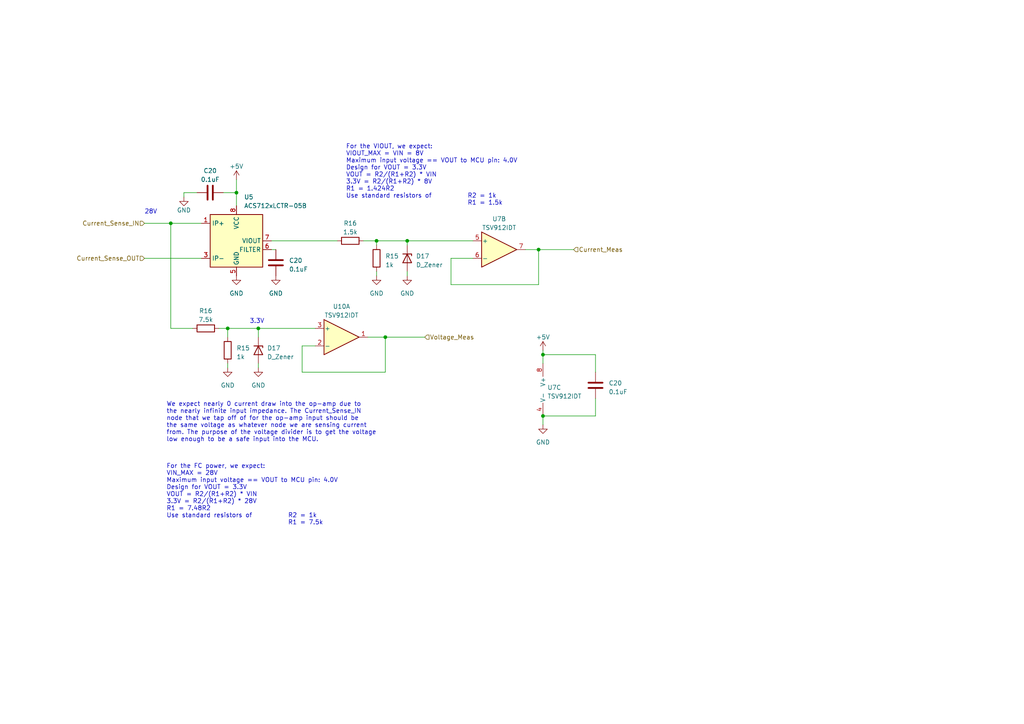
<source format=kicad_sch>
(kicad_sch (version 20230121) (generator eeschema)
  (paper "A4")
  (lib_symbols
    (symbol "Amplifier_Operational:TSV912IDT" (pin_names (offset 0.127))
      (property "Reference" "U" (at 0 5.08 0))
      (property "Value" "TSV912IDT" (at 0 -5.08 0))
      (symbol "TSV912IDT_1_1"
        (polyline (pts (xy -5.08 5.08) (xy 5.08 0) (xy -5.08 -5.08) (xy -5.08 5.08)) (stroke (width 0.254)) (fill (type background)))
        (pin output line (at 7.62 0 180) (length 2.54) (name "~") (number "1"))
        (pin input line (at -7.62 -2.54 0) (length 2.54) (name "-") (number "2"))
        (pin input line (at -7.62 2.54 0) (length 2.54) (name "+") (number "3"))
      )
      (symbol "TSV912IDT_2_1"
        (polyline (pts (xy -5.08 5.08) (xy 5.08 0) (xy -5.08 -5.08) (xy -5.08 5.08)) (stroke (width 0.254)) (fill (type background)))
        (pin input line (at -7.62 2.54 0) (length 2.54) (name "+") (number "5"))
        (pin input line (at -7.62 -2.54 0) (length 2.54) (name "-") (number "6"))
        (pin output line (at 7.62 0 180) (length 2.54) (name "~") (number "7"))
      )
      (symbol "TSV912IDT_3_1"
        (pin power_in line (at -2.54 -7.62 90) (length 3.81) (name "V-") (number "4"))
        (pin power_in line (at -2.54 7.62 270) (length 3.81) (name "V+") (number "8"))
      )
    )
    (symbol "Device:C" (pin_numbers hide) (pin_names (offset 0.254))
      (property "Reference" "C" (at 0.635 2.54 0))
      (property "Value" "C" (at 0.635 -2.54 0))
      (symbol "C_0_1"
        (polyline (pts (xy -2.032 -0.762) (xy 2.032 -0.762)) (stroke (width 0.508)))
        (polyline (pts (xy -2.032 0.762) (xy 2.032 0.762)) (stroke (width 0.508)))
      )
      (symbol "C_1_1"
        (pin passive line (at 0 3.81 270) (length 2.794) (name "~") (number "1"))
        (pin passive line (at 0 -3.81 90) (length 2.794) (name "~") (number "2"))
      )
    )
    (symbol "Device:D_Zener" (pin_numbers hide) (pin_names (offset 1.016) hide)
      (property "Reference" "D" (at 0 2.54 0))
      (property "Value" "D_Zener" (at 0 -2.54 0))
      (symbol "D_Zener_0_1"
        (polyline (pts (xy 1.27 0) (xy -1.27 0)))
        (polyline (pts (xy -1.27 -1.27) (xy -1.27 1.27) (xy -0.762 1.27)) (stroke (width 0.254)))
        (polyline (pts (xy 1.27 -1.27) (xy 1.27 1.27) (xy -1.27 0) (xy 1.27 -1.27)) (stroke (width 0.254)))
      )
      (symbol "D_Zener_1_1"
        (pin passive line (at -3.81 0 0) (length 2.54) (name "K") (number "1"))
        (pin passive line (at 3.81 0 180) (length 2.54) (name "A") (number "2"))
      )
    )
    (symbol "Device:R" (pin_numbers hide) (pin_names (offset 0))
      (property "Reference" "R" (at 2.032 0 90))
      (property "Value" "R" (at 0 0 90))
      (symbol "R_0_1"
        (rectangle (start -1.016 -2.54) (end 1.016 2.54) (stroke (width 0.254)))
      )
      (symbol "R_1_1"
        (pin passive line (at 0 3.81 270) (length 1.27) (name "~") (number "1"))
        (pin passive line (at 0 -3.81 90) (length 1.27) (name "~") (number "2"))
      )
    )
    (symbol "Sensor_Current:ACS712xLCTR-05B"
      (property "Reference" "U" (at 2.54 11.43 0))
      (property "Value" "ACS712xLCTR-05B" (at 2.54 8.89 0))
      (symbol "ACS712xLCTR-05B_0_1"
        (rectangle (start -7.62 7.62) (end 7.62 -7.62) (stroke (width 0.254)) (fill (type background)))
      )
      (symbol "ACS712xLCTR-05B_1_1"
        (pin passive line (at -10.16 5.08 0) (length 2.54) (name "IP+") (number "1"))
        (pin passive line (at -10.16 5.08 0) (length 2.54) hide (name "IP+") (number "2"))
        (pin passive line (at -10.16 -5.08 0) (length 2.54) (name "IP-") (number "3"))
        (pin passive line (at -10.16 -5.08 0) (length 2.54) hide (name "IP-") (number "4"))
        (pin power_in line (at 0 -10.16 90) (length 2.54) (name "GND") (number "5"))
        (pin passive line (at 10.16 -2.54 180) (length 2.54) (name "FILTER") (number "6"))
        (pin output line (at 10.16 0 180) (length 2.54) (name "VIOUT") (number "7"))
        (pin power_in line (at 0 10.16 270) (length 2.54) (name "VCC") (number "8"))
      )
    )
    (symbol "power:+5V" (power) (pin_names (offset 0))
      (property "Value" "+5V" (at 0 3.556 0))
      (symbol "+5V_0_1"
        (polyline (pts (xy -0.762 1.27) (xy 0 2.54)))
        (polyline (pts (xy 0 0) (xy 0 2.54)))
        (polyline (pts (xy 0 2.54) (xy 0.762 1.27)))
      )
      (symbol "+5V_1_1"
        (pin power_in line (at 0 0 90) (length 0) hide (name "+5V") (number "1"))
      )
    )
    (symbol "power:GND" (power) (pin_names (offset 0))
      (property "Value" "GND" (at 0 -3.81 0))
      (symbol "GND_0_1"
        (polyline (pts (xy 0 0) (xy 0 -1.27) (xy 1.27 -1.27) (xy 0 -2.54) (xy -1.27 -1.27) (xy 0 -1.27)))
      )
      (symbol "GND_1_1"
        (pin power_in line (at 0 0 270) (length 0) hide (name "GND") (number "1"))
      )
    )
  )
  (junction (at 157.48 102.87))
  (junction (at 49.53 64.77))
  (junction (at 156.21 72.39))
  (junction (at 118.11 69.85))
  (junction (at 111.76 97.79))
  (junction (at 109.22 69.85))
  (junction (at 66.04 95.25))
  (junction (at 68.58 55.88))
  (junction (at 157.48 120.65))
  (junction (at 74.93 95.25))
  (wire (pts (xy 66.04 95.25) (xy 66.04 97.79)))
  (wire (pts (xy 157.48 123.19) (xy 157.48 120.65)))
  (wire (pts (xy 111.76 97.79) (xy 106.68 97.79)))
  (wire (pts (xy 152.4 72.39) (xy 156.21 72.39)))
  (wire (pts (xy 109.22 78.74) (xy 109.22 80.01)))
  (wire (pts (xy 157.48 101.6) (xy 157.48 102.87)))
  (wire (pts (xy 111.76 107.95) (xy 111.76 97.79)))
  (wire (pts (xy 68.58 55.88) (xy 68.58 59.69)))
  (wire (pts (xy 157.48 102.87) (xy 172.72 102.87)))
  (wire (pts (xy 111.76 97.79) (xy 123.19 97.79)))
  (wire (pts (xy 105.41 69.85) (xy 109.22 69.85)))
  (wire (pts (xy 41.91 64.77) (xy 49.53 64.77)))
  (wire (pts (xy 53.34 55.88) (xy 53.34 57.15)))
  (wire (pts (xy 49.53 95.25) (xy 55.88 95.25)))
  (wire (pts (xy 130.81 82.55) (xy 156.21 82.55)))
  (wire (pts (xy 157.48 102.87) (xy 157.48 105.41)))
  (wire (pts (xy 58.42 74.93) (xy 41.91 74.93)))
  (wire (pts (xy 91.44 100.33) (xy 87.63 100.33)))
  (wire (pts (xy 66.04 95.25) (xy 74.93 95.25)))
  (wire (pts (xy 57.15 55.88) (xy 53.34 55.88)))
  (wire (pts (xy 63.5 95.25) (xy 66.04 95.25)))
  (wire (pts (xy 109.22 69.85) (xy 118.11 69.85)))
  (wire (pts (xy 109.22 69.85) (xy 109.22 71.12)))
  (wire (pts (xy 74.93 95.25) (xy 74.93 97.79)))
  (wire (pts (xy 49.53 64.77) (xy 49.53 95.25)))
  (wire (pts (xy 130.81 74.93) (xy 130.81 82.55)))
  (wire (pts (xy 118.11 78.74) (xy 118.11 80.01)))
  (wire (pts (xy 78.74 72.39) (xy 80.01 72.39)))
  (wire (pts (xy 64.77 55.88) (xy 68.58 55.88)))
  (wire (pts (xy 87.63 100.33) (xy 87.63 107.95)))
  (wire (pts (xy 137.16 74.93) (xy 130.81 74.93)))
  (wire (pts (xy 156.21 82.55) (xy 156.21 72.39)))
  (wire (pts (xy 74.93 95.25) (xy 91.44 95.25)))
  (wire (pts (xy 156.21 72.39) (xy 166.37 72.39)))
  (wire (pts (xy 118.11 69.85) (xy 118.11 71.12)))
  (wire (pts (xy 172.72 120.65) (xy 157.48 120.65)))
  (wire (pts (xy 68.58 52.07) (xy 68.58 55.88)))
  (wire (pts (xy 87.63 107.95) (xy 111.76 107.95)))
  (wire (pts (xy 78.74 69.85) (xy 97.79 69.85)))
  (wire (pts (xy 172.72 102.87) (xy 172.72 107.95)))
  (wire (pts (xy 74.93 106.68) (xy 74.93 105.41)))
  (wire (pts (xy 49.53 64.77) (xy 58.42 64.77)))
  (wire (pts (xy 172.72 115.57) (xy 172.72 120.65)))
  (wire (pts (xy 118.11 69.85) (xy 137.16 69.85)))
  (wire (pts (xy 66.04 105.41) (xy 66.04 106.68)))
  (text "3.3V" (at 72.39 93.98 0) (effects (font (size 1.27 1.27)) (justify left bottom)))
  (text "For the FC power, we expect:\nVIN_MAX = 28V\nMaximum input voltage == VOUT to MCU pin: 4.0V\nDesign for VOUT = 3.3V\nVOUT = R2/(R1+R2) * VIN\n3.3V = R2/(R1+R2) * 28V\nR1 = 7.48R2\nUse standard resistors of 	R2 = 1k\n							R1 = 7.5k" (at 48.26 152.4 0) (effects (font (size 1.27 1.27)) (justify left bottom)))
  (text "For the VIOUT, we expect:\nVIOUT_MAX = VIN = 8V\nMaximum input voltage == VOUT to MCU pin: 4.0V\nDesign for VOUT = 3.3V\nVOUT = R2/(R1+R2) * VIN\n3.3V = R2/(R1+R2) * 8V\nR1 = 1.424R2\nUse standard resistors of 	R2 = 1k\n							R1 = 1.5k" (at 100.33 59.69 0) (effects (font (size 1.27 1.27)) (justify left bottom)))
  (text "28V" (at 41.91 62.23 0) (effects (font (size 1.27 1.27)) (justify left bottom)))
  (text "We expect nearly 0 current draw into the op-amp due to\nthe nearly infinite input impedance. The Current_Sense_IN\nnode that we tap off of for the op-amp input should be\nthe same voltage as whatever node we are sensing current\nfrom. The purpose of the voltage divider is to get the voltage\nlow enough to be a safe input into the MCU." (at 48.26 128.27 0) (effects (font (size 1.27 1.27)) (justify left bottom)))
  (hierarchical_label "Current_Sense_OUT" (shape input) (at 41.91 74.93 180))
  (hierarchical_label "Current_Meas" (shape input) (at 166.37 72.39 0))
  (hierarchical_label "Current_Sense_IN" (shape input) (at 41.91 64.77 180))
  (hierarchical_label "Voltage_Meas" (shape input) (at 123.19 97.79 0))
  (symbol (lib_id "Sensor_Current:ACS712xLCTR-05B") (at 68.58 69.85 0) (unit 1)
    (property "Reference" "U5" (at 70.7741 57.15 0) (effects (justify left)))
    (property "Value" "ACS712xLCTR-05B" (at 70.7741 59.69 0) (effects (justify left)))
    (property "Footprint" "Package_SO:SOIC-8_3.9x4.9mm_P1.27mm" (effects hide))
    (property "Datasheet" "http://www.allegromicro.com/~/media/Files/Datasheets/ACS712-Datasheet.ashx?la=en" (effects hide))
    (instances (project "FCBoard" (path "" (reference "U5") (unit 1)) (path "" (reference "U2") (unit 1))))
  )
  (symbol (lib_id "power:+5V") (at 68.58 52.07 0) (unit 1)
    (property "Reference" "#PWR031" (effects hide))
    (property "Value" "+5V" (at 68.58 48.26 0))
    (instances (project "FCBoard" (path "" (reference "#PWR031") (unit 1)) (path "" (reference "#PWR036") (unit 1)) (path "" (reference "#PWR022") (unit 1))))
  )
  (symbol (lib_id "Device:R") (at 101.6 69.85 90) (unit 1)
    (property "Reference" "R16" (at 101.6 64.77 90))
    (property "Value" "1.5k" (at 101.6 67.31 90))
    (instances (project "FCBoard" (path "" (reference "R16") (unit 1)) (path "" (reference "R18") (unit 1)) (path "" (reference "R13") (unit 1))))
  )
  (symbol (lib_id "Device:R") (at 109.22 74.93 180) (unit 1)
    (property "Reference" "R15" (at 111.76 74.295 0) (effects (justify right)))
    (property "Value" "1k" (at 111.76 76.835 0) (effects (justify right)))
    (instances (project "FCBoard" (path "" (reference "R15") (unit 1)) (path "" (reference "R17") (unit 1)) (path "" (reference "R14") (unit 1))))
  )
  (symbol (lib_id "power:GND") (at 66.04 106.68 0) (unit 1)
    (property "Reference" "#PWR033" (effects hide))
    (property "Value" "GND" (at 66.04 111.76 0))
    (instances (project "FCBoard" (path "" (reference "#PWR033") (unit 1)) (path "" (reference "#PWR038") (unit 1)) (path "" (reference "#PWR021") (unit 1))))
  )
  (symbol (lib_id "Amplifier_Operational:TSV912IDT") (at 160.02 113.03 0) (unit 3)
    (property "Reference" "U7" (at 158.75 112.395 0) (effects (justify left)))
    (property "Value" "TSV912IDT" (at 158.75 114.935 0) (effects (justify left)))
    (property "Datasheet" "www.st.com/resource/en/datasheet/tsv911.pdf" (effects hide))
  )
  (symbol (lib_id "Device:C") (at 172.72 111.76 180) (unit 1)
    (property "Reference" "C20" (at 176.53 111.125 0) (effects (justify right)))
    (property "Value" "0.1uF" (at 176.53 113.665 0) (effects (justify right)))
    (instances (project "FCBoard" (path "" (reference "C20") (unit 1)) (path "" (reference "C21") (unit 1)) (path "" (reference "C19") (unit 1))))
  )
  (symbol (lib_id "power:GND") (at 80.01 80.01 0) (unit 1)
    (property "Reference" "#PWR033" (effects hide))
    (property "Value" "GND" (at 80.01 85.09 0))
    (instances (project "FCBoard" (path "" (reference "#PWR033") (unit 1)) (path "" (reference "#PWR038") (unit 1)) (path "" (reference "#PWR027") (unit 1))))
  )
  (symbol (lib_id "power:GND") (at 118.11 80.01 0) (unit 1)
    (property "Reference" "#PWR033" (effects hide))
    (property "Value" "GND" (at 118.11 85.09 0))
    (instances (project "FCBoard" (path "" (reference "#PWR033") (unit 1)) (path "" (reference "#PWR038") (unit 1)) (path "" (reference "#PWR029") (unit 1))))
  )
  (symbol (lib_id "Amplifier_Operational:TSV912IDT") (at 99.06 97.79 0) (unit 1)
    (property "Reference" "U10" (at 99.06 88.9 0))
    (property "Value" "TSV912IDT" (at 99.06 91.44 0))
    (property "Datasheet" "www.st.com/resource/en/datasheet/tsv911.pdf" (effects hide))
    (instances (project "FCBoard" (path "" (reference "U10") (unit 1)) (path "" (reference "U12") (unit 1)) (path "" (reference "U7") (unit 1))))
  )
  (symbol (lib_id "power:GND") (at 109.22 80.01 0) (unit 1)
    (property "Reference" "#PWR033" (effects hide))
    (property "Value" "GND" (at 109.22 85.09 0))
    (instances (project "FCBoard" (path "" (reference "#PWR033") (unit 1)) (path "" (reference "#PWR038") (unit 1)) (path "" (reference "#PWR028") (unit 1))))
  )
  (symbol (lib_id "Device:R") (at 59.69 95.25 90) (unit 1)
    (property "Reference" "R16" (at 59.69 90.17 90))
    (property "Value" "7.5k" (at 59.69 92.71 90))
    (instances (project "FCBoard" (path "" (reference "R16") (unit 1)) (path "" (reference "R18") (unit 1)) (path "" (reference "R1") (unit 1))))
  )
  (symbol (lib_id "Amplifier_Operational:TSV912IDT") (at 144.78 72.39 0) (unit 2)
    (property "Reference" "U7" (at 144.78 63.5 0))
    (property "Value" "TSV912IDT" (at 144.78 66.04 0))
    (property "Datasheet" "www.st.com/resource/en/datasheet/tsv911.pdf" (effects hide))
  )
  (symbol (lib_id "power:GND") (at 74.93 106.68 0) (unit 1)
    (property "Reference" "#PWR034" (effects hide))
    (property "Value" "GND" (at 74.93 111.76 0))
    (instances (project "FCBoard" (path "" (reference "#PWR034") (unit 1)) (path "" (reference "#PWR039") (unit 1)) (path "" (reference "#PWR026") (unit 1))))
  )
  (symbol (lib_id "power:GND") (at 53.34 57.15 0) (unit 1)
    (property "Reference" "#PWR030" (effects hide))
    (property "Value" "GND" (at 53.34 60.96 0))
    (instances (project "FCBoard" (path "" (reference "#PWR030") (unit 1)) (path "" (reference "#PWR035") (unit 1)) (path "" (reference "#PWR02") (unit 1))))
  )
  (symbol (lib_id "Device:D_Zener") (at 118.11 74.93 270) (unit 1)
    (property "Reference" "D17" (at 120.65 74.295 90) (effects (justify left)))
    (property "Value" "D_Zener" (at 120.65 76.835 90) (effects (justify left)))
    (instances (project "FCBoard" (path "" (reference "D17") (unit 1)) (path "" (reference "D18") (unit 1)) (path "" (reference "D16") (unit 1))))
  )
  (symbol (lib_id "power:GND") (at 68.58 80.01 0) (unit 1)
    (property "Reference" "#PWR032" (effects hide))
    (property "Value" "GND" (at 68.58 85.09 0))
    (instances (project "FCBoard" (path "" (reference "#PWR032") (unit 1)) (path "" (reference "#PWR037") (unit 1)) (path "" (reference "#PWR025") (unit 1))))
  )
  (symbol (lib_id "power:GND") (at 157.48 123.19 0) (unit 1)
    (property "Reference" "#PWR034" (effects hide))
    (property "Value" "GND" (at 157.48 128.27 0))
    (instances (project "FCBoard" (path "" (reference "#PWR034") (unit 1)) (path "" (reference "#PWR039") (unit 1)) (path "" (reference "#PWR052") (unit 1))))
  )
  (symbol (lib_id "Device:R") (at 66.04 101.6 180) (unit 1)
    (property "Reference" "R15" (at 68.58 100.965 0) (effects (justify right)))
    (property "Value" "1k" (at 68.58 103.505 0) (effects (justify right)))
    (instances (project "FCBoard" (path "" (reference "R15") (unit 1)) (path "" (reference "R17") (unit 1)) (path "" (reference "R2") (unit 1))))
  )
  (symbol (lib_id "Device:D_Zener") (at 74.93 101.6 270) (unit 1)
    (property "Reference" "D17" (at 77.47 100.965 90) (effects (justify left)))
    (property "Value" "D_Zener" (at 77.47 103.505 90) (effects (justify left)))
    (instances (project "FCBoard" (path "" (reference "D17") (unit 1)) (path "" (reference "D18") (unit 1)) (path "" (reference "D4") (unit 1))))
  )
  (symbol (lib_id "power:+5V") (at 157.48 101.6 0) (unit 1)
    (property "Reference" "#PWR031" (effects hide))
    (property "Value" "+5V" (at 157.48 97.79 0))
    (instances (project "FCBoard" (path "" (reference "#PWR031") (unit 1)) (path "" (reference "#PWR036") (unit 1)) (path "" (reference "#PWR047") (unit 1))))
  )
  (symbol (lib_id "Device:C") (at 60.96 55.88 90) (unit 1)
    (property "Reference" "C20" (at 60.96 49.53 90))
    (property "Value" "0.1uF" (at 60.96 52.07 90))
    (instances (project "FCBoard" (path "" (reference "C20") (unit 1)) (path "" (reference "C21") (unit 1)) (path "" (reference "C5") (unit 1))))
  )
  (symbol (lib_id "Device:C") (at 80.01 76.2 180) (unit 1)
    (property "Reference" "C20" (at 83.82 75.565 0) (effects (justify right)))
    (property "Value" "0.1uF" (at 83.82 78.105 0) (effects (justify right)))
    (instances (project "FCBoard" (path "" (reference "C20") (unit 1)) (path "" (reference "C21") (unit 1)) (path "" (reference "C16") (unit 1))))
  )
)
</source>
